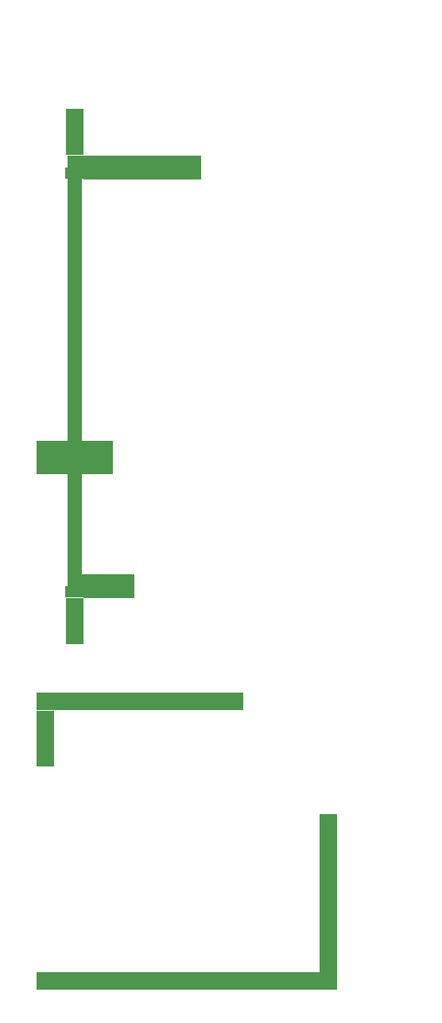
<source format=gbr>
G04 ===== Begin FILE IDENTIFICATION =====*
G04 File Format:  Gerber RS274X*
G04 ===== End FILE IDENTIFICATION =====*
%FSLAX24Y24*%
%MOMM*%
%SFA1.0000B1.0000*%
%OFA0.0B0.0*%
%ADD14R,8.147832X3.536399*%
%ADD15R,1.506809X27.922799*%
%ADD16R,1.915003X5.000000*%
%ADD17R,12.526701X2.497912*%
%ADD18R,1.500480X14.196700*%
%ADD19R,5.486880X2.499959*%
%ADD20R,1.915003X6.030001*%
%ADD21R,20.114001X1.915003*%
%ADD22R,1.915003X16.765999*%
%ADD23R,30.142000X1.915003*%
%LNcond*%
%IPPOS*%
%LPD*%
G75*
D14*
X0Y-17682D03*
D15*
X-63Y139741D03*
G36*
G01X-7598Y304334D02*
G01X9512D01*
G01Y279355D01*
G01X-9639D01*
G01Y291845D01*
G01X-7598D01*
G01Y304334D01*
G37*
D16*
X-63Y329334D03*
D17*
X72145Y291845D03*
D18*
X-127Y-70984D03*
G36*
G01X-9702Y-166967D02*
G01X9448D01*
G01Y-141967D01*
G01X-7629D01*
G01Y-154467D01*
G01X-9702D01*
G01Y-166967D01*
G37*
D16*
X-127Y-191967D03*
D19*
X36882Y-154467D03*
G36*
G01X-40739Y-267767D02*
G01Y-286917D01*
G01X-21589D01*
G01Y-267767D01*
G01X-40739D01*
G37*
D20*
X-31164Y-317067D03*
D21*
X78981Y-277342D03*
G36*
G01X279831Y-584827D02*
G01Y-565677D01*
G01X260681D01*
G01Y-584827D01*
G01X279831D01*
G37*
D22*
X270256Y-481847D03*
D23*
X109971Y-575252D03*
M02*


</source>
